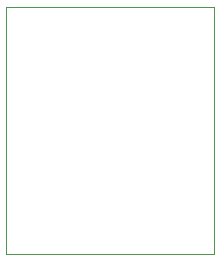
<source format=gbr>
%TF.GenerationSoftware,KiCad,Pcbnew,(5.1.6-0-10_14)*%
%TF.CreationDate,2021-03-26T09:45:15+01:00*%
%TF.ProjectId,KBPY,4b425059-2e6b-4696-9361-645f70636258,rev?*%
%TF.SameCoordinates,Original*%
%TF.FileFunction,OtherDrawing,Comment*%
%FSLAX46Y46*%
G04 Gerber Fmt 4.6, Leading zero omitted, Abs format (unit mm)*
G04 Created by KiCad (PCBNEW (5.1.6-0-10_14)) date 2021-03-26 09:45:15*
%MOMM*%
%LPD*%
G01*
G04 APERTURE LIST*
%ADD10C,0.066040*%
G04 APERTURE END LIST*
D10*
%TO.C,U1*%
X133750000Y-103720000D02*
X116099540Y-103720000D01*
X116099540Y-103720000D02*
X116099540Y-124675000D01*
X133750000Y-124675000D02*
X116099540Y-124675000D01*
X133750000Y-103720000D02*
X133750000Y-124675000D01*
%TD*%
M02*

</source>
